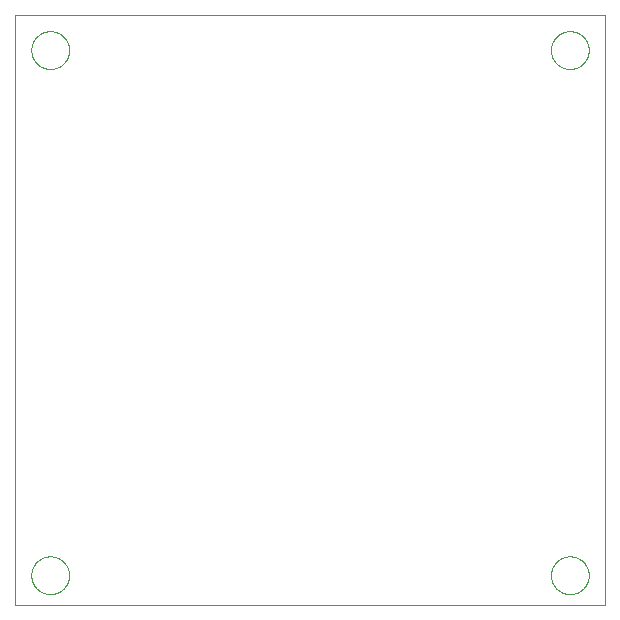
<source format=gtp>
G75*
%MOIN*%
%OFA0B0*%
%FSLAX25Y25*%
%IPPOS*%
%LPD*%
%AMOC8*
5,1,8,0,0,1.08239X$1,22.5*
%
%ADD10C,0.00000*%
D10*
X0011800Y0011800D02*
X0011800Y0208650D01*
X0208650Y0208650D01*
X0208650Y0011800D01*
X0011800Y0011800D01*
X0017312Y0021800D02*
X0017314Y0021958D01*
X0017320Y0022116D01*
X0017330Y0022274D01*
X0017344Y0022432D01*
X0017362Y0022589D01*
X0017383Y0022746D01*
X0017409Y0022902D01*
X0017439Y0023058D01*
X0017472Y0023213D01*
X0017510Y0023366D01*
X0017551Y0023519D01*
X0017596Y0023671D01*
X0017645Y0023822D01*
X0017698Y0023971D01*
X0017754Y0024119D01*
X0017814Y0024265D01*
X0017878Y0024410D01*
X0017946Y0024553D01*
X0018017Y0024695D01*
X0018091Y0024835D01*
X0018169Y0024972D01*
X0018251Y0025108D01*
X0018335Y0025242D01*
X0018424Y0025373D01*
X0018515Y0025502D01*
X0018610Y0025629D01*
X0018707Y0025754D01*
X0018808Y0025876D01*
X0018912Y0025995D01*
X0019019Y0026112D01*
X0019129Y0026226D01*
X0019242Y0026337D01*
X0019357Y0026446D01*
X0019475Y0026551D01*
X0019596Y0026653D01*
X0019719Y0026753D01*
X0019845Y0026849D01*
X0019973Y0026942D01*
X0020103Y0027032D01*
X0020236Y0027118D01*
X0020371Y0027202D01*
X0020507Y0027281D01*
X0020646Y0027358D01*
X0020787Y0027430D01*
X0020929Y0027500D01*
X0021073Y0027565D01*
X0021219Y0027627D01*
X0021366Y0027685D01*
X0021515Y0027740D01*
X0021665Y0027791D01*
X0021816Y0027838D01*
X0021968Y0027881D01*
X0022121Y0027920D01*
X0022276Y0027956D01*
X0022431Y0027987D01*
X0022587Y0028015D01*
X0022743Y0028039D01*
X0022900Y0028059D01*
X0023058Y0028075D01*
X0023215Y0028087D01*
X0023374Y0028095D01*
X0023532Y0028099D01*
X0023690Y0028099D01*
X0023848Y0028095D01*
X0024007Y0028087D01*
X0024164Y0028075D01*
X0024322Y0028059D01*
X0024479Y0028039D01*
X0024635Y0028015D01*
X0024791Y0027987D01*
X0024946Y0027956D01*
X0025101Y0027920D01*
X0025254Y0027881D01*
X0025406Y0027838D01*
X0025557Y0027791D01*
X0025707Y0027740D01*
X0025856Y0027685D01*
X0026003Y0027627D01*
X0026149Y0027565D01*
X0026293Y0027500D01*
X0026435Y0027430D01*
X0026576Y0027358D01*
X0026715Y0027281D01*
X0026851Y0027202D01*
X0026986Y0027118D01*
X0027119Y0027032D01*
X0027249Y0026942D01*
X0027377Y0026849D01*
X0027503Y0026753D01*
X0027626Y0026653D01*
X0027747Y0026551D01*
X0027865Y0026446D01*
X0027980Y0026337D01*
X0028093Y0026226D01*
X0028203Y0026112D01*
X0028310Y0025995D01*
X0028414Y0025876D01*
X0028515Y0025754D01*
X0028612Y0025629D01*
X0028707Y0025502D01*
X0028798Y0025373D01*
X0028887Y0025242D01*
X0028971Y0025108D01*
X0029053Y0024972D01*
X0029131Y0024835D01*
X0029205Y0024695D01*
X0029276Y0024553D01*
X0029344Y0024410D01*
X0029408Y0024265D01*
X0029468Y0024119D01*
X0029524Y0023971D01*
X0029577Y0023822D01*
X0029626Y0023671D01*
X0029671Y0023519D01*
X0029712Y0023366D01*
X0029750Y0023213D01*
X0029783Y0023058D01*
X0029813Y0022902D01*
X0029839Y0022746D01*
X0029860Y0022589D01*
X0029878Y0022432D01*
X0029892Y0022274D01*
X0029902Y0022116D01*
X0029908Y0021958D01*
X0029910Y0021800D01*
X0029908Y0021642D01*
X0029902Y0021484D01*
X0029892Y0021326D01*
X0029878Y0021168D01*
X0029860Y0021011D01*
X0029839Y0020854D01*
X0029813Y0020698D01*
X0029783Y0020542D01*
X0029750Y0020387D01*
X0029712Y0020234D01*
X0029671Y0020081D01*
X0029626Y0019929D01*
X0029577Y0019778D01*
X0029524Y0019629D01*
X0029468Y0019481D01*
X0029408Y0019335D01*
X0029344Y0019190D01*
X0029276Y0019047D01*
X0029205Y0018905D01*
X0029131Y0018765D01*
X0029053Y0018628D01*
X0028971Y0018492D01*
X0028887Y0018358D01*
X0028798Y0018227D01*
X0028707Y0018098D01*
X0028612Y0017971D01*
X0028515Y0017846D01*
X0028414Y0017724D01*
X0028310Y0017605D01*
X0028203Y0017488D01*
X0028093Y0017374D01*
X0027980Y0017263D01*
X0027865Y0017154D01*
X0027747Y0017049D01*
X0027626Y0016947D01*
X0027503Y0016847D01*
X0027377Y0016751D01*
X0027249Y0016658D01*
X0027119Y0016568D01*
X0026986Y0016482D01*
X0026851Y0016398D01*
X0026715Y0016319D01*
X0026576Y0016242D01*
X0026435Y0016170D01*
X0026293Y0016100D01*
X0026149Y0016035D01*
X0026003Y0015973D01*
X0025856Y0015915D01*
X0025707Y0015860D01*
X0025557Y0015809D01*
X0025406Y0015762D01*
X0025254Y0015719D01*
X0025101Y0015680D01*
X0024946Y0015644D01*
X0024791Y0015613D01*
X0024635Y0015585D01*
X0024479Y0015561D01*
X0024322Y0015541D01*
X0024164Y0015525D01*
X0024007Y0015513D01*
X0023848Y0015505D01*
X0023690Y0015501D01*
X0023532Y0015501D01*
X0023374Y0015505D01*
X0023215Y0015513D01*
X0023058Y0015525D01*
X0022900Y0015541D01*
X0022743Y0015561D01*
X0022587Y0015585D01*
X0022431Y0015613D01*
X0022276Y0015644D01*
X0022121Y0015680D01*
X0021968Y0015719D01*
X0021816Y0015762D01*
X0021665Y0015809D01*
X0021515Y0015860D01*
X0021366Y0015915D01*
X0021219Y0015973D01*
X0021073Y0016035D01*
X0020929Y0016100D01*
X0020787Y0016170D01*
X0020646Y0016242D01*
X0020507Y0016319D01*
X0020371Y0016398D01*
X0020236Y0016482D01*
X0020103Y0016568D01*
X0019973Y0016658D01*
X0019845Y0016751D01*
X0019719Y0016847D01*
X0019596Y0016947D01*
X0019475Y0017049D01*
X0019357Y0017154D01*
X0019242Y0017263D01*
X0019129Y0017374D01*
X0019019Y0017488D01*
X0018912Y0017605D01*
X0018808Y0017724D01*
X0018707Y0017846D01*
X0018610Y0017971D01*
X0018515Y0018098D01*
X0018424Y0018227D01*
X0018335Y0018358D01*
X0018251Y0018492D01*
X0018169Y0018628D01*
X0018091Y0018765D01*
X0018017Y0018905D01*
X0017946Y0019047D01*
X0017878Y0019190D01*
X0017814Y0019335D01*
X0017754Y0019481D01*
X0017698Y0019629D01*
X0017645Y0019778D01*
X0017596Y0019929D01*
X0017551Y0020081D01*
X0017510Y0020234D01*
X0017472Y0020387D01*
X0017439Y0020542D01*
X0017409Y0020698D01*
X0017383Y0020854D01*
X0017362Y0021011D01*
X0017344Y0021168D01*
X0017330Y0021326D01*
X0017320Y0021484D01*
X0017314Y0021642D01*
X0017312Y0021800D01*
X0017312Y0196839D02*
X0017314Y0196997D01*
X0017320Y0197155D01*
X0017330Y0197313D01*
X0017344Y0197471D01*
X0017362Y0197628D01*
X0017383Y0197785D01*
X0017409Y0197941D01*
X0017439Y0198097D01*
X0017472Y0198252D01*
X0017510Y0198405D01*
X0017551Y0198558D01*
X0017596Y0198710D01*
X0017645Y0198861D01*
X0017698Y0199010D01*
X0017754Y0199158D01*
X0017814Y0199304D01*
X0017878Y0199449D01*
X0017946Y0199592D01*
X0018017Y0199734D01*
X0018091Y0199874D01*
X0018169Y0200011D01*
X0018251Y0200147D01*
X0018335Y0200281D01*
X0018424Y0200412D01*
X0018515Y0200541D01*
X0018610Y0200668D01*
X0018707Y0200793D01*
X0018808Y0200915D01*
X0018912Y0201034D01*
X0019019Y0201151D01*
X0019129Y0201265D01*
X0019242Y0201376D01*
X0019357Y0201485D01*
X0019475Y0201590D01*
X0019596Y0201692D01*
X0019719Y0201792D01*
X0019845Y0201888D01*
X0019973Y0201981D01*
X0020103Y0202071D01*
X0020236Y0202157D01*
X0020371Y0202241D01*
X0020507Y0202320D01*
X0020646Y0202397D01*
X0020787Y0202469D01*
X0020929Y0202539D01*
X0021073Y0202604D01*
X0021219Y0202666D01*
X0021366Y0202724D01*
X0021515Y0202779D01*
X0021665Y0202830D01*
X0021816Y0202877D01*
X0021968Y0202920D01*
X0022121Y0202959D01*
X0022276Y0202995D01*
X0022431Y0203026D01*
X0022587Y0203054D01*
X0022743Y0203078D01*
X0022900Y0203098D01*
X0023058Y0203114D01*
X0023215Y0203126D01*
X0023374Y0203134D01*
X0023532Y0203138D01*
X0023690Y0203138D01*
X0023848Y0203134D01*
X0024007Y0203126D01*
X0024164Y0203114D01*
X0024322Y0203098D01*
X0024479Y0203078D01*
X0024635Y0203054D01*
X0024791Y0203026D01*
X0024946Y0202995D01*
X0025101Y0202959D01*
X0025254Y0202920D01*
X0025406Y0202877D01*
X0025557Y0202830D01*
X0025707Y0202779D01*
X0025856Y0202724D01*
X0026003Y0202666D01*
X0026149Y0202604D01*
X0026293Y0202539D01*
X0026435Y0202469D01*
X0026576Y0202397D01*
X0026715Y0202320D01*
X0026851Y0202241D01*
X0026986Y0202157D01*
X0027119Y0202071D01*
X0027249Y0201981D01*
X0027377Y0201888D01*
X0027503Y0201792D01*
X0027626Y0201692D01*
X0027747Y0201590D01*
X0027865Y0201485D01*
X0027980Y0201376D01*
X0028093Y0201265D01*
X0028203Y0201151D01*
X0028310Y0201034D01*
X0028414Y0200915D01*
X0028515Y0200793D01*
X0028612Y0200668D01*
X0028707Y0200541D01*
X0028798Y0200412D01*
X0028887Y0200281D01*
X0028971Y0200147D01*
X0029053Y0200011D01*
X0029131Y0199874D01*
X0029205Y0199734D01*
X0029276Y0199592D01*
X0029344Y0199449D01*
X0029408Y0199304D01*
X0029468Y0199158D01*
X0029524Y0199010D01*
X0029577Y0198861D01*
X0029626Y0198710D01*
X0029671Y0198558D01*
X0029712Y0198405D01*
X0029750Y0198252D01*
X0029783Y0198097D01*
X0029813Y0197941D01*
X0029839Y0197785D01*
X0029860Y0197628D01*
X0029878Y0197471D01*
X0029892Y0197313D01*
X0029902Y0197155D01*
X0029908Y0196997D01*
X0029910Y0196839D01*
X0029908Y0196681D01*
X0029902Y0196523D01*
X0029892Y0196365D01*
X0029878Y0196207D01*
X0029860Y0196050D01*
X0029839Y0195893D01*
X0029813Y0195737D01*
X0029783Y0195581D01*
X0029750Y0195426D01*
X0029712Y0195273D01*
X0029671Y0195120D01*
X0029626Y0194968D01*
X0029577Y0194817D01*
X0029524Y0194668D01*
X0029468Y0194520D01*
X0029408Y0194374D01*
X0029344Y0194229D01*
X0029276Y0194086D01*
X0029205Y0193944D01*
X0029131Y0193804D01*
X0029053Y0193667D01*
X0028971Y0193531D01*
X0028887Y0193397D01*
X0028798Y0193266D01*
X0028707Y0193137D01*
X0028612Y0193010D01*
X0028515Y0192885D01*
X0028414Y0192763D01*
X0028310Y0192644D01*
X0028203Y0192527D01*
X0028093Y0192413D01*
X0027980Y0192302D01*
X0027865Y0192193D01*
X0027747Y0192088D01*
X0027626Y0191986D01*
X0027503Y0191886D01*
X0027377Y0191790D01*
X0027249Y0191697D01*
X0027119Y0191607D01*
X0026986Y0191521D01*
X0026851Y0191437D01*
X0026715Y0191358D01*
X0026576Y0191281D01*
X0026435Y0191209D01*
X0026293Y0191139D01*
X0026149Y0191074D01*
X0026003Y0191012D01*
X0025856Y0190954D01*
X0025707Y0190899D01*
X0025557Y0190848D01*
X0025406Y0190801D01*
X0025254Y0190758D01*
X0025101Y0190719D01*
X0024946Y0190683D01*
X0024791Y0190652D01*
X0024635Y0190624D01*
X0024479Y0190600D01*
X0024322Y0190580D01*
X0024164Y0190564D01*
X0024007Y0190552D01*
X0023848Y0190544D01*
X0023690Y0190540D01*
X0023532Y0190540D01*
X0023374Y0190544D01*
X0023215Y0190552D01*
X0023058Y0190564D01*
X0022900Y0190580D01*
X0022743Y0190600D01*
X0022587Y0190624D01*
X0022431Y0190652D01*
X0022276Y0190683D01*
X0022121Y0190719D01*
X0021968Y0190758D01*
X0021816Y0190801D01*
X0021665Y0190848D01*
X0021515Y0190899D01*
X0021366Y0190954D01*
X0021219Y0191012D01*
X0021073Y0191074D01*
X0020929Y0191139D01*
X0020787Y0191209D01*
X0020646Y0191281D01*
X0020507Y0191358D01*
X0020371Y0191437D01*
X0020236Y0191521D01*
X0020103Y0191607D01*
X0019973Y0191697D01*
X0019845Y0191790D01*
X0019719Y0191886D01*
X0019596Y0191986D01*
X0019475Y0192088D01*
X0019357Y0192193D01*
X0019242Y0192302D01*
X0019129Y0192413D01*
X0019019Y0192527D01*
X0018912Y0192644D01*
X0018808Y0192763D01*
X0018707Y0192885D01*
X0018610Y0193010D01*
X0018515Y0193137D01*
X0018424Y0193266D01*
X0018335Y0193397D01*
X0018251Y0193531D01*
X0018169Y0193667D01*
X0018091Y0193804D01*
X0018017Y0193944D01*
X0017946Y0194086D01*
X0017878Y0194229D01*
X0017814Y0194374D01*
X0017754Y0194520D01*
X0017698Y0194668D01*
X0017645Y0194817D01*
X0017596Y0194968D01*
X0017551Y0195120D01*
X0017510Y0195273D01*
X0017472Y0195426D01*
X0017439Y0195581D01*
X0017409Y0195737D01*
X0017383Y0195893D01*
X0017362Y0196050D01*
X0017344Y0196207D01*
X0017330Y0196365D01*
X0017320Y0196523D01*
X0017314Y0196681D01*
X0017312Y0196839D01*
X0190540Y0196839D02*
X0190542Y0196997D01*
X0190548Y0197155D01*
X0190558Y0197313D01*
X0190572Y0197471D01*
X0190590Y0197628D01*
X0190611Y0197785D01*
X0190637Y0197941D01*
X0190667Y0198097D01*
X0190700Y0198252D01*
X0190738Y0198405D01*
X0190779Y0198558D01*
X0190824Y0198710D01*
X0190873Y0198861D01*
X0190926Y0199010D01*
X0190982Y0199158D01*
X0191042Y0199304D01*
X0191106Y0199449D01*
X0191174Y0199592D01*
X0191245Y0199734D01*
X0191319Y0199874D01*
X0191397Y0200011D01*
X0191479Y0200147D01*
X0191563Y0200281D01*
X0191652Y0200412D01*
X0191743Y0200541D01*
X0191838Y0200668D01*
X0191935Y0200793D01*
X0192036Y0200915D01*
X0192140Y0201034D01*
X0192247Y0201151D01*
X0192357Y0201265D01*
X0192470Y0201376D01*
X0192585Y0201485D01*
X0192703Y0201590D01*
X0192824Y0201692D01*
X0192947Y0201792D01*
X0193073Y0201888D01*
X0193201Y0201981D01*
X0193331Y0202071D01*
X0193464Y0202157D01*
X0193599Y0202241D01*
X0193735Y0202320D01*
X0193874Y0202397D01*
X0194015Y0202469D01*
X0194157Y0202539D01*
X0194301Y0202604D01*
X0194447Y0202666D01*
X0194594Y0202724D01*
X0194743Y0202779D01*
X0194893Y0202830D01*
X0195044Y0202877D01*
X0195196Y0202920D01*
X0195349Y0202959D01*
X0195504Y0202995D01*
X0195659Y0203026D01*
X0195815Y0203054D01*
X0195971Y0203078D01*
X0196128Y0203098D01*
X0196286Y0203114D01*
X0196443Y0203126D01*
X0196602Y0203134D01*
X0196760Y0203138D01*
X0196918Y0203138D01*
X0197076Y0203134D01*
X0197235Y0203126D01*
X0197392Y0203114D01*
X0197550Y0203098D01*
X0197707Y0203078D01*
X0197863Y0203054D01*
X0198019Y0203026D01*
X0198174Y0202995D01*
X0198329Y0202959D01*
X0198482Y0202920D01*
X0198634Y0202877D01*
X0198785Y0202830D01*
X0198935Y0202779D01*
X0199084Y0202724D01*
X0199231Y0202666D01*
X0199377Y0202604D01*
X0199521Y0202539D01*
X0199663Y0202469D01*
X0199804Y0202397D01*
X0199943Y0202320D01*
X0200079Y0202241D01*
X0200214Y0202157D01*
X0200347Y0202071D01*
X0200477Y0201981D01*
X0200605Y0201888D01*
X0200731Y0201792D01*
X0200854Y0201692D01*
X0200975Y0201590D01*
X0201093Y0201485D01*
X0201208Y0201376D01*
X0201321Y0201265D01*
X0201431Y0201151D01*
X0201538Y0201034D01*
X0201642Y0200915D01*
X0201743Y0200793D01*
X0201840Y0200668D01*
X0201935Y0200541D01*
X0202026Y0200412D01*
X0202115Y0200281D01*
X0202199Y0200147D01*
X0202281Y0200011D01*
X0202359Y0199874D01*
X0202433Y0199734D01*
X0202504Y0199592D01*
X0202572Y0199449D01*
X0202636Y0199304D01*
X0202696Y0199158D01*
X0202752Y0199010D01*
X0202805Y0198861D01*
X0202854Y0198710D01*
X0202899Y0198558D01*
X0202940Y0198405D01*
X0202978Y0198252D01*
X0203011Y0198097D01*
X0203041Y0197941D01*
X0203067Y0197785D01*
X0203088Y0197628D01*
X0203106Y0197471D01*
X0203120Y0197313D01*
X0203130Y0197155D01*
X0203136Y0196997D01*
X0203138Y0196839D01*
X0203136Y0196681D01*
X0203130Y0196523D01*
X0203120Y0196365D01*
X0203106Y0196207D01*
X0203088Y0196050D01*
X0203067Y0195893D01*
X0203041Y0195737D01*
X0203011Y0195581D01*
X0202978Y0195426D01*
X0202940Y0195273D01*
X0202899Y0195120D01*
X0202854Y0194968D01*
X0202805Y0194817D01*
X0202752Y0194668D01*
X0202696Y0194520D01*
X0202636Y0194374D01*
X0202572Y0194229D01*
X0202504Y0194086D01*
X0202433Y0193944D01*
X0202359Y0193804D01*
X0202281Y0193667D01*
X0202199Y0193531D01*
X0202115Y0193397D01*
X0202026Y0193266D01*
X0201935Y0193137D01*
X0201840Y0193010D01*
X0201743Y0192885D01*
X0201642Y0192763D01*
X0201538Y0192644D01*
X0201431Y0192527D01*
X0201321Y0192413D01*
X0201208Y0192302D01*
X0201093Y0192193D01*
X0200975Y0192088D01*
X0200854Y0191986D01*
X0200731Y0191886D01*
X0200605Y0191790D01*
X0200477Y0191697D01*
X0200347Y0191607D01*
X0200214Y0191521D01*
X0200079Y0191437D01*
X0199943Y0191358D01*
X0199804Y0191281D01*
X0199663Y0191209D01*
X0199521Y0191139D01*
X0199377Y0191074D01*
X0199231Y0191012D01*
X0199084Y0190954D01*
X0198935Y0190899D01*
X0198785Y0190848D01*
X0198634Y0190801D01*
X0198482Y0190758D01*
X0198329Y0190719D01*
X0198174Y0190683D01*
X0198019Y0190652D01*
X0197863Y0190624D01*
X0197707Y0190600D01*
X0197550Y0190580D01*
X0197392Y0190564D01*
X0197235Y0190552D01*
X0197076Y0190544D01*
X0196918Y0190540D01*
X0196760Y0190540D01*
X0196602Y0190544D01*
X0196443Y0190552D01*
X0196286Y0190564D01*
X0196128Y0190580D01*
X0195971Y0190600D01*
X0195815Y0190624D01*
X0195659Y0190652D01*
X0195504Y0190683D01*
X0195349Y0190719D01*
X0195196Y0190758D01*
X0195044Y0190801D01*
X0194893Y0190848D01*
X0194743Y0190899D01*
X0194594Y0190954D01*
X0194447Y0191012D01*
X0194301Y0191074D01*
X0194157Y0191139D01*
X0194015Y0191209D01*
X0193874Y0191281D01*
X0193735Y0191358D01*
X0193599Y0191437D01*
X0193464Y0191521D01*
X0193331Y0191607D01*
X0193201Y0191697D01*
X0193073Y0191790D01*
X0192947Y0191886D01*
X0192824Y0191986D01*
X0192703Y0192088D01*
X0192585Y0192193D01*
X0192470Y0192302D01*
X0192357Y0192413D01*
X0192247Y0192527D01*
X0192140Y0192644D01*
X0192036Y0192763D01*
X0191935Y0192885D01*
X0191838Y0193010D01*
X0191743Y0193137D01*
X0191652Y0193266D01*
X0191563Y0193397D01*
X0191479Y0193531D01*
X0191397Y0193667D01*
X0191319Y0193804D01*
X0191245Y0193944D01*
X0191174Y0194086D01*
X0191106Y0194229D01*
X0191042Y0194374D01*
X0190982Y0194520D01*
X0190926Y0194668D01*
X0190873Y0194817D01*
X0190824Y0194968D01*
X0190779Y0195120D01*
X0190738Y0195273D01*
X0190700Y0195426D01*
X0190667Y0195581D01*
X0190637Y0195737D01*
X0190611Y0195893D01*
X0190590Y0196050D01*
X0190572Y0196207D01*
X0190558Y0196365D01*
X0190548Y0196523D01*
X0190542Y0196681D01*
X0190540Y0196839D01*
X0190540Y0021800D02*
X0190542Y0021958D01*
X0190548Y0022116D01*
X0190558Y0022274D01*
X0190572Y0022432D01*
X0190590Y0022589D01*
X0190611Y0022746D01*
X0190637Y0022902D01*
X0190667Y0023058D01*
X0190700Y0023213D01*
X0190738Y0023366D01*
X0190779Y0023519D01*
X0190824Y0023671D01*
X0190873Y0023822D01*
X0190926Y0023971D01*
X0190982Y0024119D01*
X0191042Y0024265D01*
X0191106Y0024410D01*
X0191174Y0024553D01*
X0191245Y0024695D01*
X0191319Y0024835D01*
X0191397Y0024972D01*
X0191479Y0025108D01*
X0191563Y0025242D01*
X0191652Y0025373D01*
X0191743Y0025502D01*
X0191838Y0025629D01*
X0191935Y0025754D01*
X0192036Y0025876D01*
X0192140Y0025995D01*
X0192247Y0026112D01*
X0192357Y0026226D01*
X0192470Y0026337D01*
X0192585Y0026446D01*
X0192703Y0026551D01*
X0192824Y0026653D01*
X0192947Y0026753D01*
X0193073Y0026849D01*
X0193201Y0026942D01*
X0193331Y0027032D01*
X0193464Y0027118D01*
X0193599Y0027202D01*
X0193735Y0027281D01*
X0193874Y0027358D01*
X0194015Y0027430D01*
X0194157Y0027500D01*
X0194301Y0027565D01*
X0194447Y0027627D01*
X0194594Y0027685D01*
X0194743Y0027740D01*
X0194893Y0027791D01*
X0195044Y0027838D01*
X0195196Y0027881D01*
X0195349Y0027920D01*
X0195504Y0027956D01*
X0195659Y0027987D01*
X0195815Y0028015D01*
X0195971Y0028039D01*
X0196128Y0028059D01*
X0196286Y0028075D01*
X0196443Y0028087D01*
X0196602Y0028095D01*
X0196760Y0028099D01*
X0196918Y0028099D01*
X0197076Y0028095D01*
X0197235Y0028087D01*
X0197392Y0028075D01*
X0197550Y0028059D01*
X0197707Y0028039D01*
X0197863Y0028015D01*
X0198019Y0027987D01*
X0198174Y0027956D01*
X0198329Y0027920D01*
X0198482Y0027881D01*
X0198634Y0027838D01*
X0198785Y0027791D01*
X0198935Y0027740D01*
X0199084Y0027685D01*
X0199231Y0027627D01*
X0199377Y0027565D01*
X0199521Y0027500D01*
X0199663Y0027430D01*
X0199804Y0027358D01*
X0199943Y0027281D01*
X0200079Y0027202D01*
X0200214Y0027118D01*
X0200347Y0027032D01*
X0200477Y0026942D01*
X0200605Y0026849D01*
X0200731Y0026753D01*
X0200854Y0026653D01*
X0200975Y0026551D01*
X0201093Y0026446D01*
X0201208Y0026337D01*
X0201321Y0026226D01*
X0201431Y0026112D01*
X0201538Y0025995D01*
X0201642Y0025876D01*
X0201743Y0025754D01*
X0201840Y0025629D01*
X0201935Y0025502D01*
X0202026Y0025373D01*
X0202115Y0025242D01*
X0202199Y0025108D01*
X0202281Y0024972D01*
X0202359Y0024835D01*
X0202433Y0024695D01*
X0202504Y0024553D01*
X0202572Y0024410D01*
X0202636Y0024265D01*
X0202696Y0024119D01*
X0202752Y0023971D01*
X0202805Y0023822D01*
X0202854Y0023671D01*
X0202899Y0023519D01*
X0202940Y0023366D01*
X0202978Y0023213D01*
X0203011Y0023058D01*
X0203041Y0022902D01*
X0203067Y0022746D01*
X0203088Y0022589D01*
X0203106Y0022432D01*
X0203120Y0022274D01*
X0203130Y0022116D01*
X0203136Y0021958D01*
X0203138Y0021800D01*
X0203136Y0021642D01*
X0203130Y0021484D01*
X0203120Y0021326D01*
X0203106Y0021168D01*
X0203088Y0021011D01*
X0203067Y0020854D01*
X0203041Y0020698D01*
X0203011Y0020542D01*
X0202978Y0020387D01*
X0202940Y0020234D01*
X0202899Y0020081D01*
X0202854Y0019929D01*
X0202805Y0019778D01*
X0202752Y0019629D01*
X0202696Y0019481D01*
X0202636Y0019335D01*
X0202572Y0019190D01*
X0202504Y0019047D01*
X0202433Y0018905D01*
X0202359Y0018765D01*
X0202281Y0018628D01*
X0202199Y0018492D01*
X0202115Y0018358D01*
X0202026Y0018227D01*
X0201935Y0018098D01*
X0201840Y0017971D01*
X0201743Y0017846D01*
X0201642Y0017724D01*
X0201538Y0017605D01*
X0201431Y0017488D01*
X0201321Y0017374D01*
X0201208Y0017263D01*
X0201093Y0017154D01*
X0200975Y0017049D01*
X0200854Y0016947D01*
X0200731Y0016847D01*
X0200605Y0016751D01*
X0200477Y0016658D01*
X0200347Y0016568D01*
X0200214Y0016482D01*
X0200079Y0016398D01*
X0199943Y0016319D01*
X0199804Y0016242D01*
X0199663Y0016170D01*
X0199521Y0016100D01*
X0199377Y0016035D01*
X0199231Y0015973D01*
X0199084Y0015915D01*
X0198935Y0015860D01*
X0198785Y0015809D01*
X0198634Y0015762D01*
X0198482Y0015719D01*
X0198329Y0015680D01*
X0198174Y0015644D01*
X0198019Y0015613D01*
X0197863Y0015585D01*
X0197707Y0015561D01*
X0197550Y0015541D01*
X0197392Y0015525D01*
X0197235Y0015513D01*
X0197076Y0015505D01*
X0196918Y0015501D01*
X0196760Y0015501D01*
X0196602Y0015505D01*
X0196443Y0015513D01*
X0196286Y0015525D01*
X0196128Y0015541D01*
X0195971Y0015561D01*
X0195815Y0015585D01*
X0195659Y0015613D01*
X0195504Y0015644D01*
X0195349Y0015680D01*
X0195196Y0015719D01*
X0195044Y0015762D01*
X0194893Y0015809D01*
X0194743Y0015860D01*
X0194594Y0015915D01*
X0194447Y0015973D01*
X0194301Y0016035D01*
X0194157Y0016100D01*
X0194015Y0016170D01*
X0193874Y0016242D01*
X0193735Y0016319D01*
X0193599Y0016398D01*
X0193464Y0016482D01*
X0193331Y0016568D01*
X0193201Y0016658D01*
X0193073Y0016751D01*
X0192947Y0016847D01*
X0192824Y0016947D01*
X0192703Y0017049D01*
X0192585Y0017154D01*
X0192470Y0017263D01*
X0192357Y0017374D01*
X0192247Y0017488D01*
X0192140Y0017605D01*
X0192036Y0017724D01*
X0191935Y0017846D01*
X0191838Y0017971D01*
X0191743Y0018098D01*
X0191652Y0018227D01*
X0191563Y0018358D01*
X0191479Y0018492D01*
X0191397Y0018628D01*
X0191319Y0018765D01*
X0191245Y0018905D01*
X0191174Y0019047D01*
X0191106Y0019190D01*
X0191042Y0019335D01*
X0190982Y0019481D01*
X0190926Y0019629D01*
X0190873Y0019778D01*
X0190824Y0019929D01*
X0190779Y0020081D01*
X0190738Y0020234D01*
X0190700Y0020387D01*
X0190667Y0020542D01*
X0190637Y0020698D01*
X0190611Y0020854D01*
X0190590Y0021011D01*
X0190572Y0021168D01*
X0190558Y0021326D01*
X0190548Y0021484D01*
X0190542Y0021642D01*
X0190540Y0021800D01*
M02*

</source>
